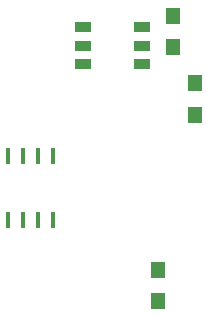
<source format=gtp>
G04 #@! TF.GenerationSoftware,KiCad,Pcbnew,5.0.2+dfsg1-1~bpo9+1*
G04 #@! TF.CreationDate,2019-11-08T21:31:29-05:00*
G04 #@! TF.ProjectId,uno,756e6f2e-6b69-4636-9164-5f7063625858,v1.0*
G04 #@! TF.SameCoordinates,Original*
G04 #@! TF.FileFunction,Paste,Top*
G04 #@! TF.FilePolarity,Positive*
%FSLAX46Y46*%
G04 Gerber Fmt 4.6, Leading zero omitted, Abs format (unit mm)*
G04 Created by KiCad (PCBNEW 5.0.2+dfsg1-1~bpo9+1) date Fri 08 Nov 2019 09:31:29 PM EST*
%MOMM*%
%LPD*%
G01*
G04 APERTURE LIST*
%ADD10R,1.447600X0.847600*%
%ADD11R,0.447600X1.397600*%
%ADD12R,1.147600X1.347600*%
G04 APERTURE END LIST*
D10*
G04 #@! TO.C,LED1*
X69175000Y-73990000D03*
X69175000Y-72390000D03*
X69175000Y-70790000D03*
X64175000Y-73990000D03*
X64175000Y-72390000D03*
X64175000Y-70790000D03*
G04 #@! TD*
D11*
G04 #@! TO.C,U6*
X57785000Y-87155000D03*
X59055000Y-87155000D03*
X60325000Y-87155000D03*
X61595000Y-87155000D03*
X61595000Y-81755000D03*
X60325000Y-81755000D03*
X59055000Y-81755000D03*
X57785000Y-81755000D03*
G04 #@! TD*
D12*
G04 #@! TO.C,C1*
X71755000Y-69850000D03*
X71755000Y-72550000D03*
G04 #@! TD*
G04 #@! TO.C,R1*
X70485000Y-94060000D03*
X70485000Y-91360000D03*
G04 #@! TD*
G04 #@! TO.C,R2*
X73660000Y-78265000D03*
X73660000Y-75565000D03*
G04 #@! TD*
M02*

</source>
